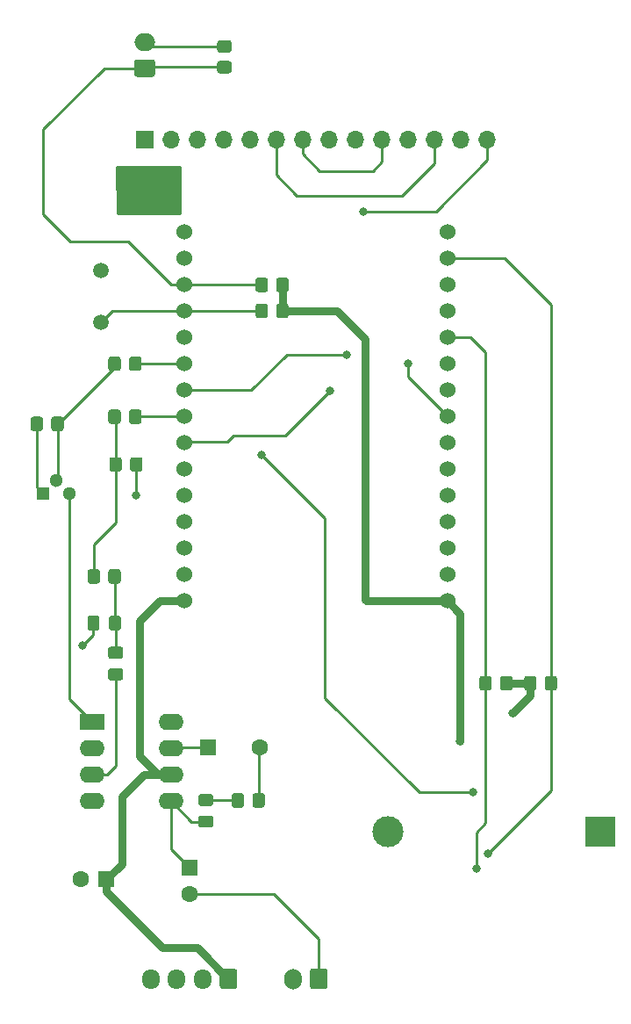
<source format=gbr>
%TF.GenerationSoftware,KiCad,Pcbnew,(5.1.8)-1*%
%TF.CreationDate,2022-11-15T12:17:49-08:00*%
%TF.ProjectId,RetroClock,52657472-6f43-46c6-9f63-6b2e6b696361,rev?*%
%TF.SameCoordinates,Original*%
%TF.FileFunction,Copper,L1,Top*%
%TF.FilePolarity,Positive*%
%FSLAX46Y46*%
G04 Gerber Fmt 4.6, Leading zero omitted, Abs format (unit mm)*
G04 Created by KiCad (PCBNEW (5.1.8)-1) date 2022-11-15 12:17:49*
%MOMM*%
%LPD*%
G01*
G04 APERTURE LIST*
%TA.AperFunction,ComponentPad*%
%ADD10C,1.524000*%
%TD*%
%TA.AperFunction,ComponentPad*%
%ADD11R,3.000000X3.000000*%
%TD*%
%TA.AperFunction,ComponentPad*%
%ADD12C,3.000000*%
%TD*%
%TA.AperFunction,ComponentPad*%
%ADD13R,1.300000X1.300000*%
%TD*%
%TA.AperFunction,ComponentPad*%
%ADD14C,1.300000*%
%TD*%
%TA.AperFunction,ComponentPad*%
%ADD15C,1.498600*%
%TD*%
%TA.AperFunction,ComponentPad*%
%ADD16C,1.600000*%
%TD*%
%TA.AperFunction,ComponentPad*%
%ADD17R,1.600000X1.600000*%
%TD*%
%TA.AperFunction,ComponentPad*%
%ADD18O,2.000000X1.700000*%
%TD*%
%TA.AperFunction,ComponentPad*%
%ADD19O,1.700000X2.000000*%
%TD*%
%TA.AperFunction,ComponentPad*%
%ADD20O,1.700000X1.950000*%
%TD*%
%TA.AperFunction,ComponentPad*%
%ADD21O,2.400000X1.600000*%
%TD*%
%TA.AperFunction,ComponentPad*%
%ADD22R,2.400000X1.600000*%
%TD*%
%TA.AperFunction,ComponentPad*%
%ADD23O,1.700000X1.700000*%
%TD*%
%TA.AperFunction,ComponentPad*%
%ADD24R,1.700000X1.700000*%
%TD*%
%TA.AperFunction,ViaPad*%
%ADD25C,0.800000*%
%TD*%
%TA.AperFunction,Conductor*%
%ADD26C,0.250000*%
%TD*%
%TA.AperFunction,Conductor*%
%ADD27C,0.750000*%
%TD*%
%TA.AperFunction,Conductor*%
%ADD28C,0.254000*%
%TD*%
%TA.AperFunction,Conductor*%
%ADD29C,0.100000*%
%TD*%
G04 APERTURE END LIST*
D10*
%TO.P,U2,30*%
%TO.N,/MOSI*%
X177700000Y-80900000D03*
%TO.P,U2,29*%
%TO.N,SCL*%
X177700000Y-83440000D03*
%TO.P,U2,28*%
%TO.N,Net-(U2-Pad28)*%
X177700000Y-85980000D03*
%TO.P,U2,27*%
%TO.N,Net-(U2-Pad27)*%
X177700000Y-88520000D03*
%TO.P,U2,26*%
%TO.N,SDA*%
X177700000Y-91060000D03*
%TO.P,U2,25*%
%TO.N,/MISO*%
X177700000Y-93600000D03*
%TO.P,U2,24*%
%TO.N,/SCK*%
X177700000Y-96140000D03*
%TO.P,U2,23*%
%TO.N,/TOUCH_CS*%
X177700000Y-98680000D03*
%TO.P,U2,22*%
%TO.N,Net-(U2-Pad22)*%
X177700000Y-101220000D03*
%TO.P,U2,21*%
%TO.N,Net-(U2-Pad21)*%
X177700000Y-103760000D03*
%TO.P,U2,20*%
%TO.N,/TFT_DC*%
X177700000Y-106300000D03*
%TO.P,U2,19*%
%TO.N,/TFT_RESET*%
X177700000Y-108840000D03*
%TO.P,U2,18*%
%TO.N,/TFT_CS*%
X177700000Y-111380000D03*
%TO.P,U2,17*%
%TO.N,GND*%
X177700000Y-113920000D03*
%TO.P,U2,16*%
%TO.N,+3V3*%
X177700000Y-116460000D03*
%TO.P,U2,1*%
%TO.N,Net-(U2-Pad1)*%
X152300000Y-80900000D03*
%TO.P,U2,15*%
%TO.N,+5V*%
X152300000Y-116460000D03*
%TO.P,U2,14*%
%TO.N,GND*%
X152300000Y-113920000D03*
%TO.P,U2,13*%
%TO.N,Net-(U2-Pad13)*%
X152300000Y-111380000D03*
%TO.P,U2,12*%
%TO.N,Net-(U2-Pad12)*%
X152300000Y-108840000D03*
%TO.P,U2,11*%
%TO.N,Net-(U2-Pad11)*%
X152300000Y-106300000D03*
%TO.P,U2,10*%
%TO.N,Net-(U2-Pad10)*%
X152300000Y-103760000D03*
%TO.P,U2,9*%
%TO.N,TFT_LED*%
X152300000Y-101220000D03*
%TO.P,U2,8*%
%TO.N,AudioOut*%
X152300000Y-98680000D03*
%TO.P,U2,7*%
%TO.N,TouchInt*%
X152300000Y-96140000D03*
%TO.P,U2,6*%
%TO.N,AudioMute*%
X152300000Y-93600000D03*
%TO.P,U2,5*%
%TO.N,RTC_INT*%
X152300000Y-91060000D03*
%TO.P,U2,4*%
%TO.N,Net-(R7-Pad2)*%
X152300000Y-88520000D03*
%TO.P,U2,3*%
%TO.N,Net-(J4-Pad1)*%
X152300000Y-85980000D03*
%TO.P,U2,2*%
%TO.N,Net-(U2-Pad2)*%
X152300000Y-83440000D03*
%TD*%
D11*
%TO.P,BT1,1*%
%TO.N,Net-(BT1-Pad1)*%
X192500000Y-138700000D03*
D12*
%TO.P,BT1,2*%
%TO.N,GND*%
X172010000Y-138700000D03*
%TD*%
%TO.P,C2,2*%
%TO.N,Net-(C1-Pad1)*%
%TA.AperFunction,SMDPad,CuDef*%
G36*
G01*
X146175000Y-122050000D02*
X145225000Y-122050000D01*
G75*
G02*
X144975000Y-121800000I0J250000D01*
G01*
X144975000Y-121125000D01*
G75*
G02*
X145225000Y-120875000I250000J0D01*
G01*
X146175000Y-120875000D01*
G75*
G02*
X146425000Y-121125000I0J-250000D01*
G01*
X146425000Y-121800000D01*
G75*
G02*
X146175000Y-122050000I-250000J0D01*
G01*
G37*
%TD.AperFunction*%
%TO.P,C2,1*%
%TO.N,Net-(C2-Pad1)*%
%TA.AperFunction,SMDPad,CuDef*%
G36*
G01*
X146175000Y-124125000D02*
X145225000Y-124125000D01*
G75*
G02*
X144975000Y-123875000I0J250000D01*
G01*
X144975000Y-123200000D01*
G75*
G02*
X145225000Y-122950000I250000J0D01*
G01*
X146175000Y-122950000D01*
G75*
G02*
X146425000Y-123200000I0J-250000D01*
G01*
X146425000Y-123875000D01*
G75*
G02*
X146175000Y-124125000I-250000J0D01*
G01*
G37*
%TD.AperFunction*%
%TD*%
%TO.P,C6,2*%
%TO.N,Net-(C6-Pad2)*%
%TA.AperFunction,SMDPad,CuDef*%
G36*
G01*
X154875000Y-136250000D02*
X153925000Y-136250000D01*
G75*
G02*
X153675000Y-136000000I0J250000D01*
G01*
X153675000Y-135325000D01*
G75*
G02*
X153925000Y-135075000I250000J0D01*
G01*
X154875000Y-135075000D01*
G75*
G02*
X155125000Y-135325000I0J-250000D01*
G01*
X155125000Y-136000000D01*
G75*
G02*
X154875000Y-136250000I-250000J0D01*
G01*
G37*
%TD.AperFunction*%
%TO.P,C6,1*%
%TO.N,Net-(C6-Pad1)*%
%TA.AperFunction,SMDPad,CuDef*%
G36*
G01*
X154875000Y-138325000D02*
X153925000Y-138325000D01*
G75*
G02*
X153675000Y-138075000I0J250000D01*
G01*
X153675000Y-137400000D01*
G75*
G02*
X153925000Y-137150000I250000J0D01*
G01*
X154875000Y-137150000D01*
G75*
G02*
X155125000Y-137400000I0J-250000D01*
G01*
X155125000Y-138075000D01*
G75*
G02*
X154875000Y-138325000I-250000J0D01*
G01*
G37*
%TD.AperFunction*%
%TD*%
%TO.P,C1,2*%
%TO.N,GND*%
%TA.AperFunction,SMDPad,CuDef*%
G36*
G01*
X144150000Y-118125000D02*
X144150000Y-119075000D01*
G75*
G02*
X143900000Y-119325000I-250000J0D01*
G01*
X143225000Y-119325000D01*
G75*
G02*
X142975000Y-119075000I0J250000D01*
G01*
X142975000Y-118125000D01*
G75*
G02*
X143225000Y-117875000I250000J0D01*
G01*
X143900000Y-117875000D01*
G75*
G02*
X144150000Y-118125000I0J-250000D01*
G01*
G37*
%TD.AperFunction*%
%TO.P,C1,1*%
%TO.N,Net-(C1-Pad1)*%
%TA.AperFunction,SMDPad,CuDef*%
G36*
G01*
X146225000Y-118125000D02*
X146225000Y-119075000D01*
G75*
G02*
X145975000Y-119325000I-250000J0D01*
G01*
X145300000Y-119325000D01*
G75*
G02*
X145050000Y-119075000I0J250000D01*
G01*
X145050000Y-118125000D01*
G75*
G02*
X145300000Y-117875000I250000J0D01*
G01*
X145975000Y-117875000D01*
G75*
G02*
X146225000Y-118125000I0J-250000D01*
G01*
G37*
%TD.AperFunction*%
%TD*%
%TO.P,R11,2*%
%TO.N,SCL*%
%TA.AperFunction,SMDPad,CuDef*%
G36*
G01*
X187100000Y-124850001D02*
X187100000Y-123949999D01*
G75*
G02*
X187349999Y-123700000I249999J0D01*
G01*
X188050001Y-123700000D01*
G75*
G02*
X188300000Y-123949999I0J-249999D01*
G01*
X188300000Y-124850001D01*
G75*
G02*
X188050001Y-125100000I-249999J0D01*
G01*
X187349999Y-125100000D01*
G75*
G02*
X187100000Y-124850001I0J249999D01*
G01*
G37*
%TD.AperFunction*%
%TO.P,R11,1*%
%TO.N,+3V3*%
%TA.AperFunction,SMDPad,CuDef*%
G36*
G01*
X185100000Y-124850001D02*
X185100000Y-123949999D01*
G75*
G02*
X185349999Y-123700000I249999J0D01*
G01*
X186050001Y-123700000D01*
G75*
G02*
X186300000Y-123949999I0J-249999D01*
G01*
X186300000Y-124850001D01*
G75*
G02*
X186050001Y-125100000I-249999J0D01*
G01*
X185349999Y-125100000D01*
G75*
G02*
X185100000Y-124850001I0J249999D01*
G01*
G37*
%TD.AperFunction*%
%TD*%
%TO.P,R10,2*%
%TO.N,Net-(C1-Pad1)*%
%TA.AperFunction,SMDPad,CuDef*%
G36*
G01*
X145000000Y-114550001D02*
X145000000Y-113649999D01*
G75*
G02*
X145249999Y-113400000I249999J0D01*
G01*
X145950001Y-113400000D01*
G75*
G02*
X146200000Y-113649999I0J-249999D01*
G01*
X146200000Y-114550001D01*
G75*
G02*
X145950001Y-114800000I-249999J0D01*
G01*
X145249999Y-114800000D01*
G75*
G02*
X145000000Y-114550001I0J249999D01*
G01*
G37*
%TD.AperFunction*%
%TO.P,R10,1*%
%TO.N,Net-(R10-Pad1)*%
%TA.AperFunction,SMDPad,CuDef*%
G36*
G01*
X143000000Y-114550001D02*
X143000000Y-113649999D01*
G75*
G02*
X143249999Y-113400000I249999J0D01*
G01*
X143950001Y-113400000D01*
G75*
G02*
X144200000Y-113649999I0J-249999D01*
G01*
X144200000Y-114550001D01*
G75*
G02*
X143950001Y-114800000I-249999J0D01*
G01*
X143249999Y-114800000D01*
G75*
G02*
X143000000Y-114550001I0J249999D01*
G01*
G37*
%TD.AperFunction*%
%TD*%
%TO.P,R9,2*%
%TO.N,GND*%
%TA.AperFunction,SMDPad,CuDef*%
G36*
G01*
X147100000Y-103750001D02*
X147100000Y-102849999D01*
G75*
G02*
X147349999Y-102600000I249999J0D01*
G01*
X148050001Y-102600000D01*
G75*
G02*
X148300000Y-102849999I0J-249999D01*
G01*
X148300000Y-103750001D01*
G75*
G02*
X148050001Y-104000000I-249999J0D01*
G01*
X147349999Y-104000000D01*
G75*
G02*
X147100000Y-103750001I0J249999D01*
G01*
G37*
%TD.AperFunction*%
%TO.P,R9,1*%
%TO.N,Net-(R10-Pad1)*%
%TA.AperFunction,SMDPad,CuDef*%
G36*
G01*
X145100000Y-103750001D02*
X145100000Y-102849999D01*
G75*
G02*
X145349999Y-102600000I249999J0D01*
G01*
X146050001Y-102600000D01*
G75*
G02*
X146300000Y-102849999I0J-249999D01*
G01*
X146300000Y-103750001D01*
G75*
G02*
X146050001Y-104000000I-249999J0D01*
G01*
X145349999Y-104000000D01*
G75*
G02*
X145100000Y-103750001I0J249999D01*
G01*
G37*
%TD.AperFunction*%
%TD*%
%TO.P,R8,2*%
%TO.N,Net-(R10-Pad1)*%
%TA.AperFunction,SMDPad,CuDef*%
G36*
G01*
X146200000Y-98249999D02*
X146200000Y-99150001D01*
G75*
G02*
X145950001Y-99400000I-249999J0D01*
G01*
X145249999Y-99400000D01*
G75*
G02*
X145000000Y-99150001I0J249999D01*
G01*
X145000000Y-98249999D01*
G75*
G02*
X145249999Y-98000000I249999J0D01*
G01*
X145950001Y-98000000D01*
G75*
G02*
X146200000Y-98249999I0J-249999D01*
G01*
G37*
%TD.AperFunction*%
%TO.P,R8,1*%
%TO.N,AudioOut*%
%TA.AperFunction,SMDPad,CuDef*%
G36*
G01*
X148200000Y-98249999D02*
X148200000Y-99150001D01*
G75*
G02*
X147950001Y-99400000I-249999J0D01*
G01*
X147249999Y-99400000D01*
G75*
G02*
X147000000Y-99150001I0J249999D01*
G01*
X147000000Y-98249999D01*
G75*
G02*
X147249999Y-98000000I249999J0D01*
G01*
X147950001Y-98000000D01*
G75*
G02*
X148200000Y-98249999I0J-249999D01*
G01*
G37*
%TD.AperFunction*%
%TD*%
%TO.P,R7,2*%
%TO.N,Net-(R7-Pad2)*%
%TA.AperFunction,SMDPad,CuDef*%
G36*
G01*
X160400000Y-88049999D02*
X160400000Y-88950001D01*
G75*
G02*
X160150001Y-89200000I-249999J0D01*
G01*
X159449999Y-89200000D01*
G75*
G02*
X159200000Y-88950001I0J249999D01*
G01*
X159200000Y-88049999D01*
G75*
G02*
X159449999Y-87800000I249999J0D01*
G01*
X160150001Y-87800000D01*
G75*
G02*
X160400000Y-88049999I0J-249999D01*
G01*
G37*
%TD.AperFunction*%
%TO.P,R7,1*%
%TO.N,+3V3*%
%TA.AperFunction,SMDPad,CuDef*%
G36*
G01*
X162400000Y-88049999D02*
X162400000Y-88950001D01*
G75*
G02*
X162150001Y-89200000I-249999J0D01*
G01*
X161449999Y-89200000D01*
G75*
G02*
X161200000Y-88950001I0J249999D01*
G01*
X161200000Y-88049999D01*
G75*
G02*
X161449999Y-87800000I249999J0D01*
G01*
X162150001Y-87800000D01*
G75*
G02*
X162400000Y-88049999I0J-249999D01*
G01*
G37*
%TD.AperFunction*%
%TD*%
%TO.P,R6,2*%
%TO.N,SDA*%
%TA.AperFunction,SMDPad,CuDef*%
G36*
G01*
X182000000Y-123949999D02*
X182000000Y-124850001D01*
G75*
G02*
X181750001Y-125100000I-249999J0D01*
G01*
X181049999Y-125100000D01*
G75*
G02*
X180800000Y-124850001I0J249999D01*
G01*
X180800000Y-123949999D01*
G75*
G02*
X181049999Y-123700000I249999J0D01*
G01*
X181750001Y-123700000D01*
G75*
G02*
X182000000Y-123949999I0J-249999D01*
G01*
G37*
%TD.AperFunction*%
%TO.P,R6,1*%
%TO.N,+3V3*%
%TA.AperFunction,SMDPad,CuDef*%
G36*
G01*
X184000000Y-123949999D02*
X184000000Y-124850001D01*
G75*
G02*
X183750001Y-125100000I-249999J0D01*
G01*
X183049999Y-125100000D01*
G75*
G02*
X182800000Y-124850001I0J249999D01*
G01*
X182800000Y-123949999D01*
G75*
G02*
X183049999Y-123700000I249999J0D01*
G01*
X183750001Y-123700000D01*
G75*
G02*
X184000000Y-123949999I0J-249999D01*
G01*
G37*
%TD.AperFunction*%
%TD*%
%TO.P,R5,2*%
%TO.N,GND*%
%TA.AperFunction,SMDPad,CuDef*%
G36*
G01*
X158900000Y-136150001D02*
X158900000Y-135249999D01*
G75*
G02*
X159149999Y-135000000I249999J0D01*
G01*
X159850001Y-135000000D01*
G75*
G02*
X160100000Y-135249999I0J-249999D01*
G01*
X160100000Y-136150001D01*
G75*
G02*
X159850001Y-136400000I-249999J0D01*
G01*
X159149999Y-136400000D01*
G75*
G02*
X158900000Y-136150001I0J249999D01*
G01*
G37*
%TD.AperFunction*%
%TO.P,R5,1*%
%TO.N,Net-(C6-Pad2)*%
%TA.AperFunction,SMDPad,CuDef*%
G36*
G01*
X156900000Y-136150001D02*
X156900000Y-135249999D01*
G75*
G02*
X157149999Y-135000000I249999J0D01*
G01*
X157850001Y-135000000D01*
G75*
G02*
X158100000Y-135249999I0J-249999D01*
G01*
X158100000Y-136150001D01*
G75*
G02*
X157850001Y-136400000I-249999J0D01*
G01*
X157149999Y-136400000D01*
G75*
G02*
X156900000Y-136150001I0J249999D01*
G01*
G37*
%TD.AperFunction*%
%TD*%
%TO.P,R4,2*%
%TO.N,GND*%
%TA.AperFunction,SMDPad,CuDef*%
G36*
G01*
X138700000Y-98949999D02*
X138700000Y-99850001D01*
G75*
G02*
X138450001Y-100100000I-249999J0D01*
G01*
X137749999Y-100100000D01*
G75*
G02*
X137500000Y-99850001I0J249999D01*
G01*
X137500000Y-98949999D01*
G75*
G02*
X137749999Y-98700000I249999J0D01*
G01*
X138450001Y-98700000D01*
G75*
G02*
X138700000Y-98949999I0J-249999D01*
G01*
G37*
%TD.AperFunction*%
%TO.P,R4,1*%
%TO.N,Net-(Q1-Pad2)*%
%TA.AperFunction,SMDPad,CuDef*%
G36*
G01*
X140700000Y-98949999D02*
X140700000Y-99850001D01*
G75*
G02*
X140450001Y-100100000I-249999J0D01*
G01*
X139749999Y-100100000D01*
G75*
G02*
X139500000Y-99850001I0J249999D01*
G01*
X139500000Y-98949999D01*
G75*
G02*
X139749999Y-98700000I249999J0D01*
G01*
X140450001Y-98700000D01*
G75*
G02*
X140700000Y-98949999I0J-249999D01*
G01*
G37*
%TD.AperFunction*%
%TD*%
%TO.P,R3,2*%
%TO.N,AudioMute*%
%TA.AperFunction,SMDPad,CuDef*%
G36*
G01*
X147000000Y-94050001D02*
X147000000Y-93149999D01*
G75*
G02*
X147249999Y-92900000I249999J0D01*
G01*
X147950001Y-92900000D01*
G75*
G02*
X148200000Y-93149999I0J-249999D01*
G01*
X148200000Y-94050001D01*
G75*
G02*
X147950001Y-94300000I-249999J0D01*
G01*
X147249999Y-94300000D01*
G75*
G02*
X147000000Y-94050001I0J249999D01*
G01*
G37*
%TD.AperFunction*%
%TO.P,R3,1*%
%TO.N,Net-(Q1-Pad2)*%
%TA.AperFunction,SMDPad,CuDef*%
G36*
G01*
X145000000Y-94050001D02*
X145000000Y-93149999D01*
G75*
G02*
X145249999Y-92900000I249999J0D01*
G01*
X145950001Y-92900000D01*
G75*
G02*
X146200000Y-93149999I0J-249999D01*
G01*
X146200000Y-94050001D01*
G75*
G02*
X145950001Y-94300000I-249999J0D01*
G01*
X145249999Y-94300000D01*
G75*
G02*
X145000000Y-94050001I0J249999D01*
G01*
G37*
%TD.AperFunction*%
%TD*%
%TO.P,R2,2*%
%TO.N,GND*%
%TA.AperFunction,SMDPad,CuDef*%
G36*
G01*
X156650001Y-63600000D02*
X155749999Y-63600000D01*
G75*
G02*
X155500000Y-63350001I0J249999D01*
G01*
X155500000Y-62649999D01*
G75*
G02*
X155749999Y-62400000I249999J0D01*
G01*
X156650001Y-62400000D01*
G75*
G02*
X156900000Y-62649999I0J-249999D01*
G01*
X156900000Y-63350001D01*
G75*
G02*
X156650001Y-63600000I-249999J0D01*
G01*
G37*
%TD.AperFunction*%
%TO.P,R2,1*%
%TO.N,Net-(J4-Pad1)*%
%TA.AperFunction,SMDPad,CuDef*%
G36*
G01*
X156650001Y-65600000D02*
X155749999Y-65600000D01*
G75*
G02*
X155500000Y-65350001I0J249999D01*
G01*
X155500000Y-64649999D01*
G75*
G02*
X155749999Y-64400000I249999J0D01*
G01*
X156650001Y-64400000D01*
G75*
G02*
X156900000Y-64649999I0J-249999D01*
G01*
X156900000Y-65350001D01*
G75*
G02*
X156650001Y-65600000I-249999J0D01*
G01*
G37*
%TD.AperFunction*%
%TD*%
%TO.P,R1,2*%
%TO.N,Net-(J4-Pad1)*%
%TA.AperFunction,SMDPad,CuDef*%
G36*
G01*
X160400000Y-85549999D02*
X160400000Y-86450001D01*
G75*
G02*
X160150001Y-86700000I-249999J0D01*
G01*
X159449999Y-86700000D01*
G75*
G02*
X159200000Y-86450001I0J249999D01*
G01*
X159200000Y-85549999D01*
G75*
G02*
X159449999Y-85300000I249999J0D01*
G01*
X160150001Y-85300000D01*
G75*
G02*
X160400000Y-85549999I0J-249999D01*
G01*
G37*
%TD.AperFunction*%
%TO.P,R1,1*%
%TO.N,+3V3*%
%TA.AperFunction,SMDPad,CuDef*%
G36*
G01*
X162400000Y-85549999D02*
X162400000Y-86450001D01*
G75*
G02*
X162150001Y-86700000I-249999J0D01*
G01*
X161449999Y-86700000D01*
G75*
G02*
X161200000Y-86450001I0J249999D01*
G01*
X161200000Y-85549999D01*
G75*
G02*
X161449999Y-85300000I249999J0D01*
G01*
X162150001Y-85300000D01*
G75*
G02*
X162400000Y-85549999I0J-249999D01*
G01*
G37*
%TD.AperFunction*%
%TD*%
D13*
%TO.P,Q1,1*%
%TO.N,GND*%
X138700000Y-106100000D03*
D14*
%TO.P,Q1,3*%
%TO.N,Net-(Q1-Pad3)*%
X141240000Y-106100000D03*
%TO.P,Q1,2*%
%TO.N,Net-(Q1-Pad2)*%
X139970000Y-104830000D03*
%TD*%
D15*
%TO.P,SW1,2*%
%TO.N,Net-(R7-Pad2)*%
X144300000Y-89603800D03*
%TO.P,SW1,1*%
%TO.N,GND*%
X144300000Y-84600000D03*
%TD*%
D16*
%TO.P,C7,2*%
%TO.N,Net-(C7-Pad2)*%
X152800000Y-144700000D03*
D17*
%TO.P,C7,1*%
%TO.N,Net-(C6-Pad1)*%
X152800000Y-142200000D03*
%TD*%
D18*
%TO.P,J4,2*%
%TO.N,GND*%
X148500000Y-62600000D03*
%TO.P,J4,1*%
%TO.N,Net-(J4-Pad1)*%
%TA.AperFunction,ComponentPad*%
G36*
G01*
X149250000Y-65950000D02*
X147750000Y-65950000D01*
G75*
G02*
X147500000Y-65700000I0J250000D01*
G01*
X147500000Y-64500000D01*
G75*
G02*
X147750000Y-64250000I250000J0D01*
G01*
X149250000Y-64250000D01*
G75*
G02*
X149500000Y-64500000I0J-250000D01*
G01*
X149500000Y-65700000D01*
G75*
G02*
X149250000Y-65950000I-250000J0D01*
G01*
G37*
%TD.AperFunction*%
%TD*%
D19*
%TO.P,J3,2*%
%TO.N,GND*%
X162800000Y-152900000D03*
%TO.P,J3,1*%
%TO.N,Net-(C7-Pad2)*%
%TA.AperFunction,ComponentPad*%
G36*
G01*
X166150000Y-152150000D02*
X166150000Y-153650000D01*
G75*
G02*
X165900000Y-153900000I-250000J0D01*
G01*
X164700000Y-153900000D01*
G75*
G02*
X164450000Y-153650000I0J250000D01*
G01*
X164450000Y-152150000D01*
G75*
G02*
X164700000Y-151900000I250000J0D01*
G01*
X165900000Y-151900000D01*
G75*
G02*
X166150000Y-152150000I0J-250000D01*
G01*
G37*
%TD.AperFunction*%
%TD*%
D20*
%TO.P,J2,4*%
%TO.N,GND*%
X149100000Y-152900000D03*
%TO.P,J2,3*%
%TO.N,Net-(J2-Pad3)*%
X151600000Y-152900000D03*
%TO.P,J2,2*%
%TO.N,Net-(J2-Pad2)*%
X154100000Y-152900000D03*
%TO.P,J2,1*%
%TO.N,+5V*%
%TA.AperFunction,ComponentPad*%
G36*
G01*
X157450000Y-152175000D02*
X157450000Y-153625000D01*
G75*
G02*
X157200000Y-153875000I-250000J0D01*
G01*
X156000000Y-153875000D01*
G75*
G02*
X155750000Y-153625000I0J250000D01*
G01*
X155750000Y-152175000D01*
G75*
G02*
X156000000Y-151925000I250000J0D01*
G01*
X157200000Y-151925000D01*
G75*
G02*
X157450000Y-152175000I0J-250000D01*
G01*
G37*
%TD.AperFunction*%
%TD*%
D21*
%TO.P,U1,8*%
%TO.N,Net-(U1-Pad8)*%
X151020000Y-128100000D03*
%TO.P,U1,4*%
%TO.N,GND*%
X143400000Y-135720000D03*
%TO.P,U1,7*%
%TO.N,Net-(C5-Pad1)*%
X151020000Y-130640000D03*
%TO.P,U1,3*%
%TO.N,Net-(C2-Pad1)*%
X143400000Y-133180000D03*
%TO.P,U1,6*%
%TO.N,+5V*%
X151020000Y-133180000D03*
%TO.P,U1,2*%
%TO.N,GND*%
X143400000Y-130640000D03*
%TO.P,U1,5*%
%TO.N,Net-(C6-Pad1)*%
X151020000Y-135720000D03*
D22*
%TO.P,U1,1*%
%TO.N,Net-(Q1-Pad3)*%
X143400000Y-128100000D03*
%TD*%
D23*
%TO.P,J1,14*%
%TO.N,TouchInt*%
X181520000Y-72000000D03*
%TO.P,J1,13*%
%TO.N,/MISO*%
X178980000Y-72000000D03*
%TO.P,J1,12*%
%TO.N,/MOSI*%
X176440000Y-72000000D03*
%TO.P,J1,11*%
%TO.N,/TOUCH_CS*%
X173900000Y-72000000D03*
%TO.P,J1,10*%
%TO.N,/SCK*%
X171360000Y-72000000D03*
%TO.P,J1,9*%
%TO.N,Net-(J1-Pad9)*%
X168820000Y-72000000D03*
%TO.P,J1,8*%
%TO.N,TFT_LED*%
X166280000Y-72000000D03*
%TO.P,J1,7*%
%TO.N,/SCK*%
X163740000Y-72000000D03*
%TO.P,J1,6*%
%TO.N,/MOSI*%
X161200000Y-72000000D03*
%TO.P,J1,5*%
%TO.N,/TFT_DC*%
X158660000Y-72000000D03*
%TO.P,J1,4*%
%TO.N,/TFT_RESET*%
X156120000Y-72000000D03*
%TO.P,J1,3*%
%TO.N,/TFT_CS*%
X153580000Y-72000000D03*
%TO.P,J1,2*%
%TO.N,GND*%
X151040000Y-72000000D03*
D24*
%TO.P,J1,1*%
%TO.N,+5V*%
X148500000Y-72000000D03*
%TD*%
D16*
%TO.P,C5,2*%
%TO.N,GND*%
X159600000Y-130600000D03*
D17*
%TO.P,C5,1*%
%TO.N,Net-(C5-Pad1)*%
X154600000Y-130600000D03*
%TD*%
D16*
%TO.P,C3,2*%
%TO.N,GND*%
X142300000Y-143300000D03*
D17*
%TO.P,C3,1*%
%TO.N,+5V*%
X144800000Y-143300000D03*
%TD*%
D25*
%TO.N,GND*%
X147000000Y-75700000D03*
X147000000Y-77000000D03*
X147000000Y-78200000D03*
X151000000Y-75700000D03*
X151000000Y-77000000D03*
X151000000Y-78200000D03*
X142500000Y-120800000D03*
X147700000Y-106300000D03*
%TO.N,/TOUCH_CS*%
X173900000Y-93600000D03*
%TO.N,TFT_LED*%
X166400000Y-96200000D03*
%TO.N,+3V3*%
X178925000Y-130024998D03*
X184000000Y-127300000D03*
%TO.N,TouchInt*%
X168000000Y-92700000D03*
X169600000Y-78900000D03*
%TO.N,SDA*%
X180500000Y-142300000D03*
%TO.N,SCL*%
X181600000Y-140800000D03*
%TO.N,RTC_INT*%
X180195000Y-134895000D03*
X159800000Y-102400000D03*
%TD*%
D26*
%TO.N,AudioOut*%
X147600000Y-98700000D02*
X148500000Y-98700000D01*
X147620000Y-98680000D02*
X147600000Y-98700000D01*
X152300000Y-98680000D02*
X147620000Y-98680000D01*
%TO.N,Net-(C2-Pad1)*%
X143400000Y-133180000D02*
X142880000Y-133180000D01*
X145700000Y-123537500D02*
X145700000Y-132400000D01*
X144920000Y-133180000D02*
X143400000Y-133180000D01*
X145700000Y-132400000D02*
X144920000Y-133180000D01*
%TO.N,GND*%
X159500000Y-130700000D02*
X159600000Y-130600000D01*
X159500000Y-135700000D02*
X159500000Y-130700000D01*
X138100000Y-105500000D02*
X138700000Y-106100000D01*
X138100000Y-99400000D02*
X138100000Y-105500000D01*
X143562500Y-119737500D02*
X142500000Y-120800000D01*
X143562500Y-118600000D02*
X143562500Y-119737500D01*
X147700000Y-103300000D02*
X147700000Y-106300000D01*
X148900000Y-63000000D02*
X148500000Y-62600000D01*
X156200000Y-63000000D02*
X148900000Y-63000000D01*
D27*
%TO.N,+5V*%
X149940000Y-116460000D02*
X152300000Y-116460000D01*
X148000000Y-118400000D02*
X149940000Y-116460000D01*
X148000000Y-131400000D02*
X148000000Y-118400000D01*
X149780000Y-133180000D02*
X148000000Y-131400000D01*
X151020000Y-133180000D02*
X149780000Y-133180000D01*
X151020000Y-133180000D02*
X148420000Y-133180000D01*
X148420000Y-133180000D02*
X146300000Y-135300000D01*
X146300000Y-141800000D02*
X144800000Y-143300000D01*
X146300000Y-135300000D02*
X146300000Y-141800000D01*
X144800000Y-143300000D02*
X144800000Y-144500000D01*
X144800000Y-144500000D02*
X150200000Y-149900000D01*
X153600000Y-149900000D02*
X156600000Y-152900000D01*
X150200000Y-149900000D02*
X153600000Y-149900000D01*
D26*
%TO.N,Net-(C5-Pad1)*%
X151060000Y-130600000D02*
X151020000Y-130640000D01*
X154600000Y-130600000D02*
X151060000Y-130600000D01*
%TO.N,Net-(C6-Pad2)*%
X157462500Y-135662500D02*
X157500000Y-135700000D01*
X154400000Y-135662500D02*
X157462500Y-135662500D01*
%TO.N,Net-(C6-Pad1)*%
X151020000Y-140420000D02*
X152800000Y-142200000D01*
X151020000Y-135720000D02*
X151020000Y-140420000D01*
X153037500Y-137737500D02*
X151020000Y-135720000D01*
X154400000Y-137737500D02*
X153037500Y-137737500D01*
%TO.N,Net-(C7-Pad2)*%
X152800000Y-144700000D02*
X161000000Y-144700000D01*
X165300000Y-149000000D02*
X165300000Y-152900000D01*
X161000000Y-144700000D02*
X165300000Y-149000000D01*
%TO.N,/MOSI*%
X161200000Y-72000000D02*
X161200000Y-75400000D01*
X161200000Y-75400000D02*
X163200000Y-77400000D01*
X163200000Y-77400000D02*
X173300000Y-77400000D01*
X176440000Y-74260000D02*
X176440000Y-72000000D01*
X173300000Y-77400000D02*
X176440000Y-74260000D01*
%TO.N,/TOUCH_CS*%
X173900000Y-94880000D02*
X177700000Y-98680000D01*
X173900000Y-93600000D02*
X173900000Y-94880000D01*
%TO.N,/SCK*%
X163740000Y-72000000D02*
X163740000Y-73340000D01*
X163740000Y-73340000D02*
X165400000Y-75000000D01*
X165400000Y-75000000D02*
X170500000Y-75000000D01*
X171360000Y-74140000D02*
X171360000Y-72000000D01*
X170500000Y-75000000D02*
X171360000Y-74140000D01*
%TO.N,TFT_LED*%
X152420000Y-101100000D02*
X152300000Y-101220000D01*
X156500000Y-101100000D02*
X152420000Y-101100000D01*
X157100000Y-100500000D02*
X156500000Y-101100000D01*
X162100000Y-100500000D02*
X157100000Y-100500000D01*
X166400000Y-96200000D02*
X162100000Y-100500000D01*
%TO.N,Net-(J4-Pad1)*%
X152320000Y-86000000D02*
X152300000Y-85980000D01*
X148600000Y-65000000D02*
X148500000Y-65100000D01*
X156200000Y-65000000D02*
X148600000Y-65000000D01*
X152300000Y-85980000D02*
X151080000Y-85980000D01*
X151080000Y-85980000D02*
X146900000Y-81800000D01*
X146900000Y-81800000D02*
X141300000Y-81800000D01*
X141300000Y-81800000D02*
X138700000Y-79200000D01*
X138700000Y-79200000D02*
X138700000Y-71000000D01*
X144600000Y-65100000D02*
X148500000Y-65100000D01*
X138700000Y-71000000D02*
X144600000Y-65100000D01*
X159800000Y-86000000D02*
X156500000Y-86000000D01*
X156500000Y-86000000D02*
X152320000Y-86000000D01*
X156700000Y-86000000D02*
X156500000Y-86000000D01*
%TO.N,Net-(Q1-Pad3)*%
X141240000Y-125940000D02*
X143400000Y-128100000D01*
X141240000Y-106100000D02*
X141240000Y-125940000D01*
%TO.N,Net-(Q1-Pad2)*%
X145600000Y-93900000D02*
X140100000Y-99400000D01*
X145600000Y-93600000D02*
X145600000Y-93900000D01*
X140100000Y-104700000D02*
X139970000Y-104830000D01*
X140100000Y-99400000D02*
X140100000Y-104700000D01*
D27*
%TO.N,+3V3*%
X169920000Y-116460000D02*
X177700000Y-116460000D01*
X169800000Y-116340000D02*
X169920000Y-116460000D01*
X169800000Y-91200000D02*
X169800000Y-116340000D01*
X167100000Y-88500000D02*
X169800000Y-91200000D01*
X177700000Y-116460000D02*
X178925000Y-117685000D01*
X178925000Y-117685000D02*
X178925000Y-130024998D01*
X185700000Y-124400000D02*
X183400000Y-124400000D01*
X185700000Y-124400000D02*
X185700000Y-125600000D01*
X185700000Y-125600000D02*
X184000000Y-127300000D01*
X161800000Y-86000000D02*
X161800000Y-88500000D01*
X161800000Y-88500000D02*
X167100000Y-88500000D01*
D26*
%TO.N,AudioMute*%
X152240000Y-93540000D02*
X152300000Y-93600000D01*
X152300000Y-93600000D02*
X147600000Y-93600000D01*
%TO.N,Net-(R7-Pad2)*%
X152283800Y-88503800D02*
X152300000Y-88520000D01*
X145383800Y-88520000D02*
X144300000Y-89603800D01*
X152300000Y-88520000D02*
X145383800Y-88520000D01*
X152320000Y-88500000D02*
X152300000Y-88520000D01*
X159800000Y-88500000D02*
X156200000Y-88500000D01*
X156200000Y-88500000D02*
X152320000Y-88500000D01*
X156700000Y-88500000D02*
X156200000Y-88500000D01*
%TO.N,Net-(C1-Pad1)*%
X145700000Y-118662500D02*
X145637500Y-118600000D01*
X145700000Y-121462500D02*
X145700000Y-118662500D01*
X145637500Y-114137500D02*
X145600000Y-114100000D01*
X145637500Y-118600000D02*
X145637500Y-114137500D01*
%TO.N,TouchInt*%
X167900000Y-92800000D02*
X168000000Y-92700000D01*
X169600000Y-78900000D02*
X176600000Y-78900000D01*
X181520000Y-73980000D02*
X181520000Y-72000000D01*
X176600000Y-78900000D02*
X181520000Y-73980000D01*
X168000000Y-92700000D02*
X162200000Y-92700000D01*
X158760000Y-96140000D02*
X152300000Y-96140000D01*
X162200000Y-92700000D02*
X158760000Y-96140000D01*
%TO.N,SDA*%
X181400000Y-124400000D02*
X181400000Y-137900000D01*
X180500000Y-138800000D02*
X180500000Y-142300000D01*
X181400000Y-137900000D02*
X180500000Y-138800000D01*
X177700000Y-91060000D02*
X179960000Y-91060000D01*
X181400000Y-92500000D02*
X181400000Y-124400000D01*
X179960000Y-91060000D02*
X181400000Y-92500000D01*
%TO.N,Net-(R10-Pad1)*%
X143600000Y-114100000D02*
X143600000Y-111000000D01*
X145700000Y-108900000D02*
X145700000Y-103300000D01*
X143600000Y-111000000D02*
X145700000Y-108900000D01*
X145700000Y-98800000D02*
X145600000Y-98700000D01*
X145700000Y-103300000D02*
X145700000Y-98800000D01*
%TO.N,SCL*%
X187700000Y-134700000D02*
X181600000Y-140800000D01*
X187700000Y-124400000D02*
X187700000Y-134700000D01*
X177700000Y-83440000D02*
X183240000Y-83440000D01*
X187700000Y-87900000D02*
X187700000Y-124400000D01*
X183240000Y-83440000D02*
X187700000Y-87900000D01*
%TO.N,RTC_INT*%
X174995000Y-134895000D02*
X180195000Y-134895000D01*
X165900000Y-125800000D02*
X174995000Y-134895000D01*
X165900000Y-108500000D02*
X165900000Y-125800000D01*
X159800000Y-102400000D02*
X165900000Y-108500000D01*
%TD*%
D28*
%TO.N,GND*%
X151873000Y-79073000D02*
X145924326Y-79073000D01*
X145829731Y-74627000D01*
X151873000Y-74627000D01*
X151873000Y-79073000D01*
%TA.AperFunction,Conductor*%
D29*
G36*
X151873000Y-79073000D02*
G01*
X145924326Y-79073000D01*
X145829731Y-74627000D01*
X151873000Y-74627000D01*
X151873000Y-79073000D01*
G37*
%TD.AperFunction*%
%TD*%
M02*

</source>
